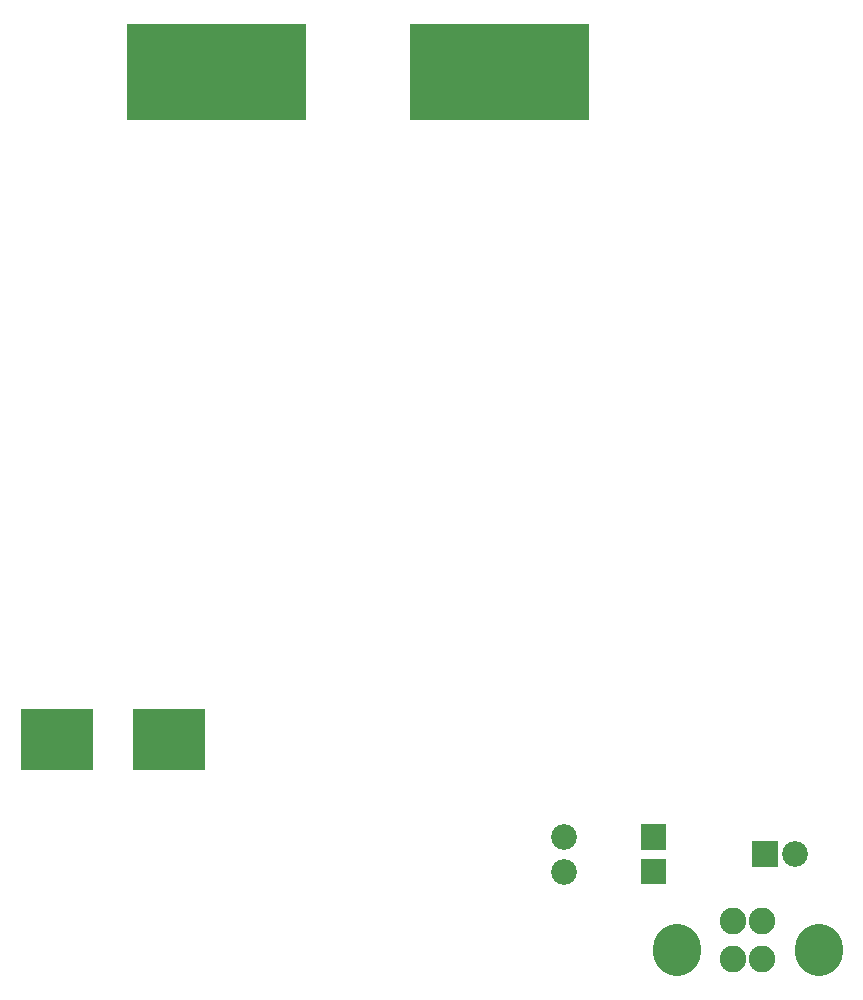
<source format=gbs>
G04 start of page 2 for group 9 layer_idx 9 *
G04 Title: (unknown), bottom_mask *
G04 Creator: pcb-rnd 3.1.5-dev *
G04 CreationDate: 2024-03-26 08:12:32 UTC *
G04 For: STEM4ukraine *
G04 Format: Gerber/RS-274X *
G04 PCB-Dimensions: 393701 393701 *
G04 PCB-Coordinate-Origin: lower left *
%MOIN*%
%FSLAX25Y25*%
%LNBOTTOM_MASK_NONE_9*%
%ADD44C,0.0860*%
%ADD43C,0.1595*%
%ADD42C,0.0887*%
%ADD41C,0.0001*%
G54D41*G36*
X245763Y327072D02*X305418D01*
Y294976D01*
X245763D01*
Y327072D01*
G37*
G36*
X151275D02*X210930D01*
Y294976D01*
X151275D01*
Y327072D01*
G37*
G36*
X153243Y98725D02*X177465D01*
Y78440D01*
X153243D01*
Y98725D01*
G37*
G36*
X115842D02*X140064D01*
Y78440D01*
X115842D01*
Y98725D01*
G37*
G54D42*X353268Y28012D03*
Y15413D03*
G54D43*X334488Y19154D02*Y17579D01*
X381890Y19154D02*Y17579D01*
G54D42*X363110Y15413D03*
Y28012D03*
G54D41*G36*
X368300Y54501D02*Y45901D01*
X359700D01*
Y54501D01*
X368300D01*
G37*
G54D44*X374000Y50201D03*
G54D41*G36*
X331150Y51606D02*X322550D01*
Y60206D01*
X331150D01*
Y51606D01*
G37*
G54D44*X296850Y55906D03*
G54D41*G36*
X331150Y40188D02*X322550D01*
Y48788D01*
X331150D01*
Y40188D01*
G37*
G54D44*X296850Y44488D03*
M02*

</source>
